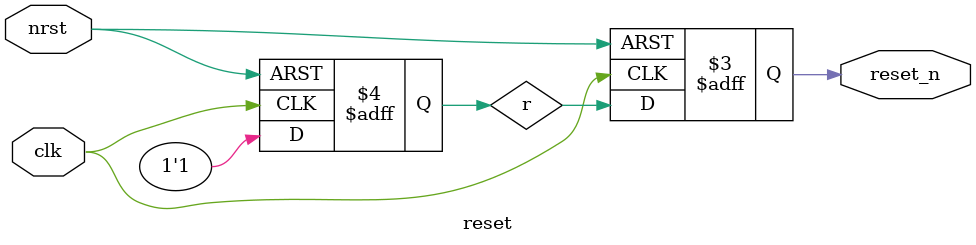
<source format=v>
module reset (
  input clk, nrst,
  output reg reset_n
);

  reg r;

  always @ (posedge clk or negedge nrst)
  begin
    if (!nrst) begin
      r <= 0;
      reset_n <= 0;
    end else begin
      r <= 1;
      reset_n <= r;
    end
  end

endmodule

</source>
